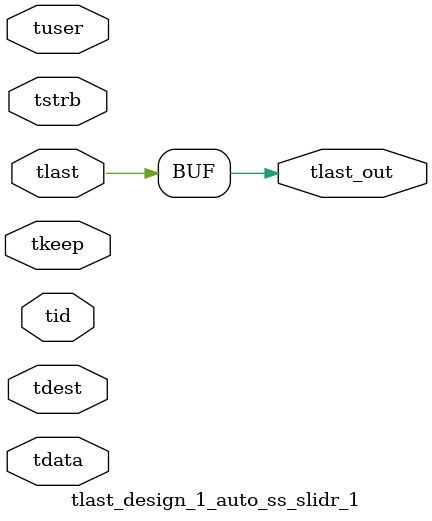
<source format=v>


`timescale 1ps/1ps

module tlast_design_1_auto_ss_slidr_1 #
(
parameter C_S_AXIS_TID_WIDTH   = 1,
parameter C_S_AXIS_TUSER_WIDTH = 0,
parameter C_S_AXIS_TDATA_WIDTH = 0,
parameter C_S_AXIS_TDEST_WIDTH = 0
)
(
input  [(C_S_AXIS_TID_WIDTH   == 0 ? 1 : C_S_AXIS_TID_WIDTH)-1:0       ] tid,
input  [(C_S_AXIS_TDATA_WIDTH == 0 ? 1 : C_S_AXIS_TDATA_WIDTH)-1:0     ] tdata,
input  [(C_S_AXIS_TUSER_WIDTH == 0 ? 1 : C_S_AXIS_TUSER_WIDTH)-1:0     ] tuser,
input  [(C_S_AXIS_TDEST_WIDTH == 0 ? 1 : C_S_AXIS_TDEST_WIDTH)-1:0     ] tdest,
input  [(C_S_AXIS_TDATA_WIDTH/8)-1:0 ] tkeep,
input  [(C_S_AXIS_TDATA_WIDTH/8)-1:0 ] tstrb,
input  [0:0]                                                             tlast,
output                                                                   tlast_out
);

assign tlast_out = {tlast};

endmodule


</source>
